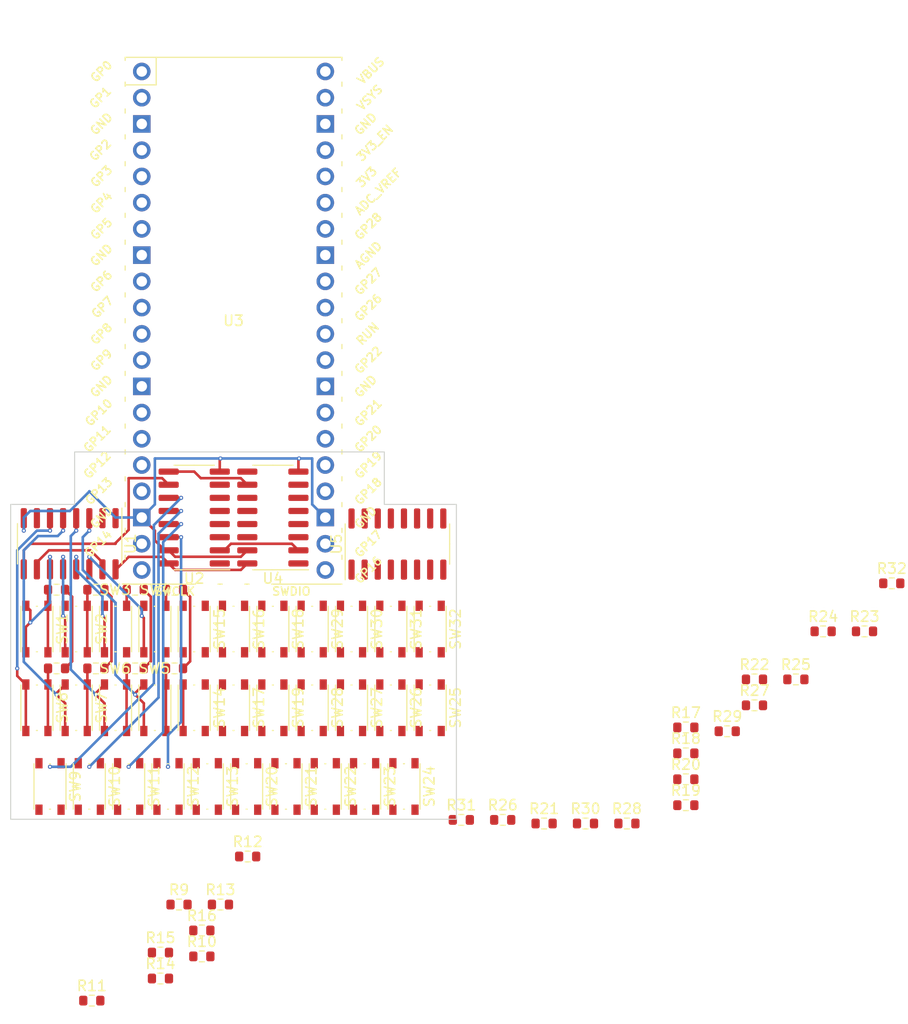
<source format=kicad_pcb>
(kicad_pcb (version 20211014) (generator pcbnew)
  (layers (0 "F.Cu" signal) (31 "B.Cu" signal) (34 "B.Paste" user) (35 "F.Paste" user) (36 "B.SilkS" user "B.Silkscreen") (37 "F.SilkS" user "F.Silkscreen") (38 "B.Mask" user) (39 "F.Mask" user) (44 "Edge.Cuts" user))
  (net 0 "")
  (net 1 "Net-(R1-Pad1)")
  (net 2 "Net-(SW1-Pad1)")
  (net 3 "Net-(SW2-Pad1)")
  (net 4 "Net-(SW3-Pad1)")
  (net 5 "Net-(SW4-Pad1)")
  (net 6 "Net-(SW5-Pad1)")
  (net 7 "Net-(SW6-Pad1)")
  (net 8 "Net-(SW7-Pad1)")
  (net 9 "Net-(SW8-Pad1)")
  (net 10 "Net-(U1-Pad11)")
  (net 11 "Net-(SW2-Pad2)")
  (net 12 "Net-(SW3-Pad2)")
  (net 13 "Net-(SW4-Pad2)")
  (net 14 "Net-(SW5-Pad2)")
  (net 16 "Net-(SW6-Pad2)")
  (net 17 "Net-(SW7-Pad2)")
  (net 18 "Net-(U1-Pad6)")
  (net 19 "+3V3")
  (net 20 "GND")
  (net 21 "Net-(U1-Pad9)")
  (net 22 "Net-(R10-Pad1)")
  (net 23 "Net-(R9-Pad2)")
  (net 24 "Net-(R10-Pad2)")
  (net 25 "Net-(R11-Pad2)")
  (net 26 "Net-(R12-Pad2)")
  (net 27 "Net-(R13-Pad2)")
  (net 28 "Net-(R14-Pad2)")
  (net 29 "Net-(R15-Pad2)")
  (net 30 "Net-(R16-Pad2)")
  (net 31 "Net-(SW9-Pad2)")
  (net 32 "Net-(SW10-Pad2)")
  (net 33 "Net-(SW11-Pad2)")
  (net 34 "Net-(SW12-Pad2)")
  (net 50 "Net-(SW13-Pad2)")
  (net 51 "Net-(SW14-Pad2)")
  (net 52 "Net-(SW15-Pad2)")
  (net 53 "Net-(SW16-Pad2)")
  (net 54 "PL")
  (net 57 "CP")
  (net 79 "Net-(R17-Pad1)")
  (net 80 "Net-(R17-Pad2)")
  (net 81 "Net-(R18-Pad2)")
  (net 82 "Net-(R19-Pad2)")
  (net 83 "Net-(R20-Pad2)")
  (net 84 "Net-(R21-Pad2)")
  (net 85 "Net-(R22-Pad2)")
  (net 86 "Net-(R23-Pad2)")
  (net 87 "Net-(R24-Pad2)")
  (net 88 "Net-(R25-Pad1)")
  (net 89 "Net-(R25-Pad2)")
  (net 90 "Net-(R26-Pad2)")
  (net 91 "Net-(R27-Pad2)")
  (net 92 "Net-(R28-Pad2)")
  (net 93 "Net-(R29-Pad2)")
  (net 94 "Net-(R30-Pad2)")
  (net 95 "Net-(R31-Pad2)")
  (net 96 "Net-(R32-Pad2)")
  (net 97 "Net-(SW17-Pad2)")
  (net 98 "Net-(SW18-Pad2)")
  (net 99 "Net-(SW19-Pad2)")
  (net 100 "Net-(SW20-Pad2)")
  (net 101 "Net-(SW21-Pad2)")
  (net 102 "Net-(SW22-Pad2)")
  (net 103 "Net-(SW23-Pad2)")
  (net 104 "Net-(SW24-Pad2)")
  (net 105 "Net-(SW25-Pad2)")
  (net 106 "Net-(SW26-Pad2)")
  (net 107 "Net-(SW27-Pad2)")
  (net 108 "Net-(SW28-Pad2)")
  (net 109 "Net-(SW29-Pad2)")
  (net 110 "Net-(SW30-Pad2)")
  (net 111 "Net-(SW31-Pad2)")
  (net 112 "Net-(SW32-Pad2)")
  (net 113 "Net-(U2-Pad9)")
  (net 115 "Net-(U4-Pad9)")
  (footprint "Package_SO:SOIC-16_3.9x9.9mm_P1.27mm" (layer "F.Cu") (at 107.315 96.52 180)
    (fp_text reference "U2")
    (fp_text value "74HC165")
  )
  (footprint "Resistor_SMD:R_0603_1608Metric" (layer "F.Cu") (at 149.23 126.14)
    (fp_text reference "R28")
    (fp_text value "10K")
  )
  (footprint "Resistor_SMD:R_0603_1608Metric" (layer "F.Cu") (at 154.94 121.86)
    (fp_text reference "R20")
    (fp_text value "10K")
  )
  (footprint "Resistor_SMD:R_0603_1608Metric" (layer "F.Cu") (at 172.25 107.54)
    (fp_text reference "R23")
    (fp_text value "10K")
  )
  (footprint "Resistor_SMD:R_0603_1608Metric" (layer "F.Cu") (at 161.59 114.7)
    (fp_text reference "R27")
    (fp_text value "10K")
  )
  (footprint "Resistor_SMD:R_0603_1608Metric" (layer "F.Cu") (at 93.98 103.505 180)
    (fp_text reference "R1" hide)
    (fp_text value "10K" hide)
  )
  (footprint "Library:SW_Push_1P1T_PTS815" (layer "F.Cu") (at 95.885 107.315 -90)
    (fp_text reference "SW2")
    (fp_text value "SW_Push" hide)
  )
  (footprint "Library:SW_Push_1P1T_PTS815" (layer "F.Cu") (at 103.505 107.315 -90)
    (fp_text reference "SW4")
    (fp_text value "SW_Push" hide)
  )
  (footprint "Library:SW_Push_1P1T_PTS815" (layer "F.Cu") (at 111.125 114.935 -90)
    (fp_text reference "SW17")
    (fp_text value "SW_Push")
  )
  (footprint "Resistor_SMD:R_0603_1608Metric" (layer "F.Cu") (at 137.2 125.79)
    (fp_text reference "R26")
    (fp_text value "10K")
  )
  (footprint "Library:SW_Push_1P1T_PTS815" (layer "F.Cu") (at 122.555 114.935 -90)
    (fp_text reference "SW27")
    (fp_text value "SW_Push")
  )
  (footprint "Package_SO:SOIC-16_3.9x9.9mm_P1.27mm" (layer "F.Cu") (at 127 99.088246 90)
    (fp_text reference "U5")
    (fp_text value "74HC165")
  )
  (footprint "Library:SW_Push_1P1T_PTS815" (layer "F.Cu") (at 120.015 122.555 -90)
    (fp_text reference "SW22")
    (fp_text value "SW_Push")
  )
  (footprint "Library:SW_Push_1P1T_PTS815" (layer "F.Cu") (at 111.125 107.315 -90)
    (fp_text reference "SW16")
    (fp_text value "SW_Push")
  )
  (footprint "Package_SO:SOIC-16_3.9x9.9mm_P1.27mm" (layer "F.Cu") (at 114.935 96.52 180)
    (fp_text reference "U4")
    (fp_text value "74HC165")
  )
  (footprint "Resistor_SMD:R_0603_1608Metric" (layer "F.Cu") (at 154.94 116.84)
    (fp_text reference "R17")
    (fp_text value "10K")
  )
  (footprint "Library:SW_Push_1P1T_PTS815" (layer "F.Cu") (at 92.075 114.935 -90)
    (fp_text reference "SW8")
    (fp_text value "SW_Push" hide)
  )
  (footprint "Library:SW_Push_1P1T_PTS815" (layer "F.Cu") (at 95.885 114.935 -90)
    (fp_text reference "SW7")
    (fp_text value "SW_Push" hide)
  )
  (footprint "Resistor_SMD:R_0603_1608Metric" (layer "F.Cu") (at 97.79 111.125 180)
    (fp_text reference "R7" hide)
    (fp_text value "10K" hide)
  )
  (footprint "Library:SW_Push_1P1T_PTS815" (layer "F.Cu") (at 99.695 114.935 -90)
    (fp_text reference "SW6")
    (fp_text value "SW_Push" hide)
  )
  (footprint "Library:SW_Push_1P1T_PTS815" (layer "F.Cu") (at 118.745 114.935 -90)
    (fp_text reference "SW28")
    (fp_text value "SW_Push")
  )
  (footprint "Resistor_SMD:R_0603_1608Metric" (layer "F.Cu") (at 105.845 133.985)
    (fp_text reference "R9")
    (fp_text value "10K")
  )
  (footprint "Resistor_SMD:R_0603_1608Metric" (layer "F.Cu") (at 133.19 125.79)
    (fp_text reference "R31")
    (fp_text value "10K")
  )
  (footprint "Resistor_SMD:R_0603_1608Metric" (layer "F.Cu") (at 168.24 107.54)
    (fp_text reference "R24")
    (fp_text value "10K")
  )
  (footprint "Resistor_SMD:R_0603_1608Metric" (layer "F.Cu") (at 154.94 119.35)
    (fp_text reference "R18")
    (fp_text value "10K")
  )
  (footprint "Library:SW_Push_1P1T_PTS815" (layer "F.Cu") (at 97.155 122.555 -90)
    (fp_text reference "SW10")
    (fp_text value "SW_Push")
  )
  (footprint "Resistor_SMD:R_0603_1608Metric" (layer "F.Cu") (at 105.41 103.505 180)
    (fp_text reference "R4" hide)
    (fp_text value "10K" hide)
  )
  (footprint "Resistor_SMD:R_0603_1608Metric" (layer "F.Cu") (at 101.6 111.125 180)
    (fp_text reference "R6" hide)
    (fp_text value "10K" hide)
  )
  (footprint "Library:SW_Push_1P1T_PTS815" (layer "F.Cu") (at 114.935 114.935 -90)
    (fp_text reference "SW19")
    (fp_text value "SW_Push")
  )
  (footprint "Library:SW_Push_1P1T_PTS815" (layer "F.Cu") (at 127.635 122.555 -90)
    (fp_text reference "SW24")
    (fp_text value "SW_Push")
  )
  (footprint "Resistor_SMD:R_0603_1608Metric" (layer "F.Cu") (at 104.045 141.145)
    (fp_text reference "R14")
    (fp_text value "10K")
  )
  (footprint "Library:SW_Push_1P1T_PTS815" (layer "F.Cu") (at 92.075 107.315 -90)
    (fp_text reference "SW1")
    (fp_text value "SW_Push" hide)
  )
  (footprint "Library:SW_Push_1P1T_PTS815" (layer "F.Cu") (at 93.345 122.555 -90)
    (fp_text reference "SW9")
    (fp_text value "SW_Push")
  )
  (footprint "Resistor_SMD:R_0603_1608Metric" (layer "F.Cu") (at 108.055 136.495)
    (fp_text reference "R16")
    (fp_text value "10K")
  )
  (footprint "MCU_RaspberryPi_and_Boards:RPi_Pico_Pin_" (layer "F.Cu") (at 111.125 77.47)
    (fp_text reference "U3")
    (fp_text value "Pico")
  )
  (footprint "Library:SW_Push_1P1T_PTS815" (layer "F.Cu") (at 103.505 114.935 -90)
    (fp_text reference "SW5")
    (fp_text value "SW_Push" hide)
  )
  (footprint "Library:SW_Push_1P1T_PTS815" (layer "F.Cu") (at 108.585 122.555 -90)
    (fp_text reference "SW13")
    (fp_text value "SW_Push")
  )
  (footprint "Resistor_SMD:R_0603_1608Metric" (layer "F.Cu") (at 97.395 143.285)
    (fp_text reference "R11")
    (fp_text value "10K")
  )
  (footprint "Library:SW_Push_1P1T_PTS815" (layer "F.Cu") (at 114.935 107.315 -90)
    (fp_text reference "SW18")
    (fp_text value "SW_Push")
  )
  (footprint "Resistor_SMD:R_0603_1608Metric" (layer "F.Cu") (at 105.41 111.125 180)
    (fp_text reference "R5" hide)
    (fp_text value "10K" hide)
  )
  (footprint "Resistor_SMD:R_0603_1608Metric" (layer "F.Cu") (at 93.98 111.125 180)
    (fp_text reference "R8" hide)
    (fp_text value "10K" hide)
  )
  (footprint "Resistor_SMD:R_0603_1608Metric" (layer "F.Cu") (at 161.59 112.19)
    (fp_text reference "R22")
    (fp_text value "10K")
  )
  (footprint "Resistor_SMD:R_0603_1608Metric" (layer "F.Cu") (at 104.045 138.635)
    (fp_text reference "R15")
    (fp_text value "10K")
  )
  (footprint "Library:SW_Push_1P1T_PTS815" (layer "F.Cu") (at 126.365 107.315 -90)
    (fp_text reference "SW31")
    (fp_text value "SW_Push")
  )
  (footprint "Resistor_SMD:R_0603_1608Metric" (layer "F.Cu") (at 112.495 129.335)
    (fp_text reference "R12")
    (fp_text value "10K")
  )
  (footprint "Library:SW_Push_1P1T_PTS815" (layer "F.Cu") (at 130.175 114.935 -90)
    (fp_text reference "SW25")
    (fp_text value "SW_Push")
  )
  (footprint "Resistor_SMD:R_0603_1608Metric" (layer "F.Cu") (at 109.855 133.985)
    (fp_text reference "R13")
    (fp_text value "10K")
  )
  (footprint "Resistor_SMD:R_0603_1608Metric" (layer "F.Cu") (at 165.6 112.19)
    (fp_text reference "R25")
    (fp_text value "10K")
  )
  (footprint "Resistor_SMD:R_0603_1608Metric" (layer "F.Cu") (at 108.055 139.005)
    (fp_text reference "R10")
    (fp_text value "10K")
  )
  (footprint "Resistor_SMD:R_0603_1608Metric" (layer "F.Cu") (at 97.79 103.505 180)
    (fp_text reference "R2" hide)
    (fp_text value "10K" hide)
  )
  (footprint "Library:SW_Push_1P1T_PTS815" (layer "F.Cu") (at 126.365 114.935 -90)
    (fp_text reference "SW26")
    (fp_text value "SW_Push")
  )
  (footprint "Library:SW_Push_1P1T_PTS815" (layer "F.Cu") (at 99.695 107.315 -90)
    (fp_text reference "SW3")
    (fp_text value "SW_Push" hide)
  )
  (footprint "Library:SW_Push_1P1T_PTS815" (layer "F.Cu") (at 104.775 122.555 -90)
    (fp_text reference "SW12")
    (fp_text value "SW_Push")
  )
  (footprint "Library:SW_Push_1P1T_PTS815" (layer "F.Cu") (at 130.175 107.315 -90)
    (fp_text reference "SW32")
    (fp_text value "SW_Push")
  )
  (footprint "Library:SW_Push_1P1T_PTS815" (layer "F.Cu") (at 116.205 122.555 -90)
    (fp_text reference "SW21")
    (fp_text value "SW_Push")
  )
  (footprint "Resistor_SMD:R_0603_1608Metric" (layer "F.Cu") (at 141.21 126.14)
    (fp_text reference "R21")
    (fp_text value "10K")
  )
  (footprint "Library:SW_Push_1P1T_PTS815" (layer "F.Cu") (at 107.315 107.315 -90)
    (fp_text reference "SW15")
    (fp_text value "SW_Push")
  )
  (footprint "Library:SW_Push_1P1T_PTS815" (layer "F.Cu") (at 107.315 114.935 -90)
    (fp_text reference "SW14")
    (fp_text value "SW_Push")
  )
  (footprint "Resistor_SMD:R_0603_1608Metric" (layer "F.Cu") (at 154.94 124.37)
    (fp_text reference "R19")
    (fp_text value "10K")
  )
  (footprint "Library:SW_Push_1P1T_PTS815" (layer "F.Cu") (at 118.745 107.315 -90)
    (fp_text reference "SW29")
    (fp_text value "SW_Push")
  )
  (footprint "Resistor_SMD:R_0603_1608Metric" (layer "F.Cu") (at 158.95 117.21)
    (fp_text reference "R29")
    (fp_text value "10K")
  )
  (footprint "Package_SO:SOIC-16_3.9x9.9mm_P1.27mm" (layer "F.Cu") (at 95.25 99.06 -90)
    (fp_text reference "U1")
    (fp_text value "74HC165")
  )
  (footprint "Resistor_SMD:R_0603_1608Metric" (layer "F.Cu") (at 145.22 126.14)
    (fp_text reference "R30")
    (fp_text value "10K")
  )
  (footprint "Library:SW_Push_1P1T_PTS815" (layer "F.Cu") (at 123.825 122.555 -90)
    (fp_text reference "SW23")
    (fp_text value "SW_Push")
  )
  (footprint "Library:SW_Push_1P1T_PTS815" (layer "F.Cu") (at 122.555 107.315 -90)
    (fp_text reference "SW30")
    (fp_text value "SW_Push")
  )
  (footprint "Library:SW_Push_1P1T_PTS815" (layer "F.Cu") (at 112.395 122.555 -90)
    (fp_text reference "SW20")
    (fp_text value "SW_Push")
  )
  (footprint "Library:SW_Push_1P1T_PTS815" (layer "F.Cu") (at 100.965 122.555 -90)
    (fp_text reference "SW11")
    (fp_text value "SW_Push")
  )
  (footprint "Resistor_SMD:R_0603_1608Metric" (layer "F.Cu") (at 174.89 102.89)
    (fp_text reference "R32")
    (fp_text value "10K")
  )
  (footprint "Resistor_SMD:R_0603_1608Metric" (layer "F.Cu") (at 101.6 103.505 180)
    (fp_text reference "R3" hide)
    (fp_text value "10K" hide)
  )
  (gr_poly (pts (xy 95.73 90.17) (xy 125.73 90.17) (xy 125.73 95.25) (xy 132.715 95.25) (xy 132.715 125.73) (xy 89.535 125.73) (xy 89.535 95.25) (xy 95.73 95.25)) (layer "Edge.Cuts") (width 0.1) (fill none))
  (segment (start 94.805 103.505) (end 95.489511 104.189511) (width 0.25) (layer "F.Cu") (net 1))
  (segment (start 95.489511 104.189511) (end 95.489511 110.440489) (width 0.25) (layer "F.Cu") (net 1))
  (segment (start 99.299511 110.440489) (end 99.299511 104.189511) (width 0.25) (layer "F.Cu") (net 1))
  (segment (start 106.235 103.505) (end 106.919511 104.189511) (width 0.25) (layer "F.Cu") (net 1))
  (segment (start 102.425 103.505) (end 103.109511 104.189511) (width 0.25) (layer "F.Cu") (net 1))
  (segment (start 106.919511 110.440489) (end 106.235 111.125) (width 0.25) (layer "F.Cu") (net 1))
  (segment (start 103.109511 104.189511) (end 103.109511 110.440489) (width 0.25) (layer "F.Cu") (net 1))
  (segment (start 106.919511 104.189511) (end 106.919511 110.440489) (width 0.25) (layer "F.Cu") (net 1))
  (segment (start 99.299511 104.189511) (end 98.615 103.505) (width 0.25) (layer "F.Cu") (net 1))
  (segment (start 95.489511 110.440489) (end 94.805 111.125) (width 0.25) (layer "F.Cu") (net 1))
  (segment (start 103.109511 110.440489) (end 102.425 111.125) (width 0.25) (layer "F.Cu") (net 1))
  (segment (start 98.615 111.125) (end 99.299511 110.440489) (width 0.25) (layer "F.Cu") (net 1))
  (segment (start 93.155 103.505) (end 93.155 105.055) (width 0.25) (layer "F.Cu") (net 2))
  (segment (start 93.145 105.065) (end 93.145 109.565) (width 0.25) (layer "F.Cu") (net 2))
  (segment (start 93.155 105.055) (end 93.145 105.065) (width 0.25) (layer "F.Cu") (net 2))
  (segment (start 96.955 105.065) (end 96.955 109.565) (width 0.25) (layer "F.Cu") (net 3))
  (segment (start 96.965 103.505) (end 96.965 105.055) (width 0.25) (layer "F.Cu") (net 3))
  (segment (start 96.965 105.055) (end 96.955 105.065) (width 0.25) (layer "F.Cu") (net 3))
  (segment (start 100.775 103.505) (end 100.775 105.055) (width 0.25) (layer "F.Cu") (net 4))
  (segment (start 100.775 105.055) (end 100.765 105.065) (width 0.25) (layer "F.Cu") (net 4))
  (segment (start 104.585 103.505) (end 104.585 105.055) (width 0.25) (layer "F.Cu") (net 5))
  (segment (start 104.585 105.055) (end 104.575 105.065) (width 0.25) (layer "F.Cu") (net 5))
  (segment (start 104.575 112.685) (end 104.575 117.185) (width 0.25) (layer "F.Cu") (net 6))
  (segment (start 104.585 112.675) (end 104.575 112.685) (width 0.25) (layer "F.Cu") (net 6))
  (segment (start 104.585 111.125) (end 104.585 112.675) (width 0.25) (layer "F.Cu") (net 6))
  (segment (start 100.765 112.685) (end 100.765 117.185) (width 0.25) (layer "F.Cu") (net 7))
  (segment (start 100.775 112.675) (end 100.765 112.685) (width 0.25) (layer "F.Cu") (net 7))
  (segment (start 100.775 111.125) (end 100.775 112.675) (width 0.25) (layer "F.Cu") (net 7))
  (segment (start 96.965 112.675) (end 96.955 112.685) (width 0.25) (layer "F.Cu") (net 8))
  (segment (start 96.955 112.685) (end 96.955 117.185) (width 0.25) (layer "F.Cu") (net 8))
  (segment (start 96.965 111.125) (end 96.965 112.675) (width 0.25) (layer "F.Cu") (net 8))
  (segment (start 93.155 111.125) (end 93.155 112.675) (width 0.25) (layer "F.Cu") (net 9))
  (segment (start 93.145 112.685) (end 93.145 117.185) (width 0.25) (layer "F.Cu") (net 9))
  (segment (start 93.155 112.675) (end 93.145 112.685) (width 0.25) (layer "F.Cu") (net 9))
  (segment (start 91.44 106.68) (end 91.005 107.115) (width 0.25) (layer "F.Cu") (net 10))
  (segment (start 93.345 101.535) (end 93.345 100.33) (width 0.25) (layer "F.Cu") (net 10))
  (segment (start 91.44 105.5) (end 91.005 105.065) (width 0.25) (layer "F.Cu") (net 10))
  (segment (start 91.44 106.68) (end 91.44 105.5) (width 0.25) (layer "F.Cu") (net 10))
  (segment (start 91.005 107.115) (end 91.005 109.565) (width 0.25) (layer "F.Cu") (net 10))
  (via (at 91.44 106.68) (size 0.4) (drill 0.2) (layers "F.Cu" "B.Cu") (net 10))
  (via (at 93.345 100.33) (size 0.4) (drill 0.2) (layers "F.Cu" "B.Cu") (net 10))
  (segment (start 91.44 106.68) (end 93.345 104.775) (width 0.25) (layer "B.Cu") (net 10))
  (segment (start 93.345 104.775) (end 93.345 100.33) (width 0.25) (layer "B.Cu") (net 10))
  (segment (start 94.615 106.045) (end 94.815 106.245) (width 0.25) (layer "F.Cu") (net 11))
  (segment (start 94.815 106.245) (end 94.815 109.565) (width 0.25) (layer "F.Cu") (net 11))
  (segment (start 94.615 101.535) (end 94.615 100.33) (width 0.25) (layer "F.Cu") (net 11))
  (segment (start 94.615 106.045) (end 94.615 105.265) (width 0.25) (layer "F.Cu") (net 11))
  (segment (start 94.615 105.265) (end 94.815 105.065) (width 0.25) (layer "F.Cu") (net 11))
  (via (at 94.615 100.33) (size 0.4) (drill 0.2) (layers "F.Cu" "B.Cu") (net 11))
  (via (at 94.615 106.045) (size 0.4) (drill 0.2) (layers "F.Cu" "B.Cu") (net 11))
  (segment (start 94.615 106.045) (end 94.615 100.33) (width 0.25) (layer "B.Cu") (net 11))
  (segment (start 98.425 106.045) (end 98.625 106.245) (width 0.25) (layer "F.Cu") (net 12))
  (segment (start 95.885 101.535) (end 95.885 100.33) (width 0.25) (layer "F.Cu") (net 12))
  (segment (start 98.425 106.045) (end 98.425 105.265) (width 0.25) (layer "F.Cu") (net 12))
  (segment (start 98.625 106.245) (end 98.625 109.565) (width 0.25) (layer "F.Cu") (net 12))
  (segment (start 98.425 105.265) (end 98.625 105.065) (width 0.25) (layer "F.Cu") (net 12))
  (via (at 95.885 100.33) (size 0.4) (drill 0.2) (layers "F.Cu" "B.Cu") (net 12))
  (via (at 98.425 106.045) (size 0.4) (drill 0.2) (layers "F.Cu" "B.Cu") (net 12))
  (segment (start 98.425 106.045) (end 98.425 104.14) (width 0.25) (layer "B.Cu") (net 12))
  (segment (start 95.885 101.6) (end 95.885 100.33) (width 0.25) (layer "B.Cu") (net 12))
  (segment (start 98.425 104.14) (end 95.885 101.6) (width 0.25) (layer "B.Cu") (net 12))
  (segment (start 102.435 106.245) (end 102.435 109.565) (width 0.25) (layer "F.Cu") (net 13))
  (segment (start 102.235 106.045) (end 102.435 106.245) (width 0.25) (layer "F.Cu") (net 13))
  (segment (start 97.155 101.535) (end 97.155 100.33) (width 0.25) (layer "F.Cu") (net 13))
  (segment (start 102.235 105.265) (end 102.435 105.065) (width 0.25) (layer "F.Cu") (net 13))
  (segment (start 102.235 106.045) (end 102.235 105.265) (width 0.25) (layer "F.Cu") (net 13))
  (via (at 102.235 106.045) (size 0.4) (drill 0.2) (layers "F.Cu" "B.Cu") (net 13))
  (via (at 97.155 100.33) (size 0.4) (drill 0.2) (layers "F.Cu" "B.Cu") (net 13))
  (segment (start 102.235 105.41) (end 97.155 100.33) (width 0.25) (layer "B.Cu") (net 13))
  (segment (start 102.235 106.045) (end 102.235 105.41) (width 0.25) (layer "B.Cu") (net 13))
  (segment (start 101.6 113.52) (end 102.435 112.685) (width 0.25) (layer "F.Cu") (net 14))
  (segment (start 102.435 114.5) (end 102.435 117.185) (width 0.25) (layer "F.Cu") (net 14))
  (segment (start 97.155 96.585) (end 97.155 97.79) (width 0.25) (layer "F.Cu") (net 14))
  (segment (start 101.6 113.665) (end 101.6 113.52) (width 0.25) (layer "F.Cu") (net 14))
  (segment (start 97.155 96.585) (end 97.155 96.961072) (width 0.25) (layer "F.Cu") (net 14))
  (segment (start 101.6 113.665) (end 102.435 114.5) (width 0.25) (layer "F.Cu") (net 14))
  (via (at 101.6 113.665) (size 0.4) (drill 0.2) (layers "F.Cu" "B.Cu") (net 14))
  (via (at 97.155 97.79) (size 0.4) (drill 0.2) (layers "F.Cu" "B.Cu") (net 14))
  (segment (start 99.695 111.76) (end 101.6 113.665) (width 0.25) (layer "B.Cu") (net 14))
  (segment (start 96.52 98.425) (end 96.52 101.599282) (width 0.25) (layer "B.Cu") (net 14))
  (segment (start 99.695 104.774283) (end 99.695 111.76) (width 0.25) (layer "B.Cu") (net 14))
  (segment (start 96.52 101.599282) (end 99.695 104.774283) (width 0.25) (layer "B.Cu") (net 14))
  (segment (start 97.155 97.79) (end 96.52 98.425) (width 0.25) (layer "B.Cu") (net 14))
  (segment (start 95.885 96.585) (end 95.885 97.79) (width 0.25) (layer "F.Cu") (net 16))
  (segment (start 97.79 113.665) (end 98.625 114.5) (width 0.25) (layer "F.Cu") (net 16))
  (segment (start 97.79 113.52) (end 98.625 112.685) (width 0.25) (layer "F.Cu") (net 16))
  (segment (start 97.79 113.665) (end 97.79 113.52) (width 0.25) (layer "F.Cu") (net 16))
  (segment (start 98.625 114.5) (end 98.625 117.185) (width 0.25) (layer "F.Cu") (net 16))
  (via (at 97.79 113.665) (size 0.4) (drill 0.2) (layers "F.Cu" "B.Cu") (net 16))
  (via (at 95.885 97.79) (size 0.4) (drill 0.2) (layers "F.Cu" "B.Cu") (net 16))
  (segment (start 95.885 97.79) (end 95.360489 98.314511) (width 0.25) (layer "B.Cu") (net 16))
  (segment (start 95.360489 98.314511) (end 95.360489 111.235489) (width 0.25) (layer "B.Cu") (net 16))
  (segment (start 95.360489 111.235489) (end 97.79 113.665) (width 0.25) (layer "B.Cu") (net 16))
  (segment (start 93.98 113.52) (end 94.815 112.685) (width 0.25) (layer "F.Cu") (net 17))
  (segment (start 93.98 113.665) (end 93.98 113.52) (width 0.25) (layer "F.Cu") (net 17))
  (segment (start 93.98 113.665) (end 94.815 114.5) (width 0.25) (layer "F.Cu") (net 17))
  (segment (start 94.615 96.585) (end 94.615 97.79) (width 0.25) (layer "F.Cu") (net 17))
  (segment (start 94.815 114.5) (end 94.815 117.185) (width 0.25) (layer "F.Cu") (net 17))
  (via (at 94.615 97.79) (size 0.4) (drill 0.2) (layers "F.Cu" "B.Cu") (net 17))
  (via (at 93.98 113.665) (size 0.4) (drill 0.2) (layers "F.Cu" "B.Cu") (net 17))
  (segment (start 90.805 99.695718) (end 92.186207 98.314511) (width 0.25) (layer "B.Cu") (net 17))
  (segment (start 94.090489 98.314511) (end 94.615 97.79) (width 0.25) (layer "B.Cu") (net 17))
  (segment (start 90.805 110.49) (end 90.805 99.695718) (width 0.25) (layer "B.Cu") (net 17))
  (segment (start 93.98 113.665) (end 90.805 110.49) (width 0.25) (layer "B.Cu") (net 17))
  (segment (start 92.186207 98.314511) (end 94.090489 98.314511) (width 0.25) (layer "B.Cu") (net 17))
  (segment (start 90.17 111.85) (end 91.005 112.685) (width 0.25) (layer "F.Cu") (net 18))
  (segment (start 90.17 111.125) (end 90.17 111.85) (width 0.25) (layer "F.Cu") (net 18))
  (segment (start 91.005 112.685) (end 91.005 117.185) (width 0.25) (layer "F.Cu") (net 18))
  (segment (start 93.345 96.585) (end 93.345 97.79) (width 0.25) (layer "F.Cu") (net 18))
  (via (at 93.345 97.79) (size 0.4) (drill 0.2) (layers "F.Cu" "B.Cu") (net 18))
  (via (at 90.17 111.125) (size 0.4) (drill 0.2) (layers "F.Cu" "B.Cu") (net 18))
  (segment (start 93.345 97.79) (end 92.075 97.79) (width 0.25) (layer "B.Cu") (net 18))
  (segment (start 92.075 97.79) (end 90.17 99.695) (width 0.25) (layer "B.Cu") (net 18))
  (segment (start 90.17 99.695) (end 90.17 111.125) (width 0.25) (layer "B.Cu") (net 18))
  (segment (start 104.84 100.965) (end 105.46452 101.58952) (width 0.25) (layer "F.Cu") (net 19))
  (segment (start 100.965 100.33) (end 104.205 100.33) (width 0.25) (layer "F.Cu") (net 19))
  (segment (start 105.46452 101.58952) (end 111.83548 101.58952) (width 0.25) (layer "F.Cu") (net 19))
  (segment (start 104.205 100.33) (end 104.84 100.965) (width 0.25) (layer "F.Cu") (net 19))
  (segment (start 99.76 101.535) (end 100.965 100.33) (width 0.25) (layer "F.Cu") (net 19))
  (segment (start 99.695 101.535) (end 99.76 101.535) (width 0.25) (layer "F.Cu") (net 19))
  (segment (start 111.83548 101.58952) (end 112.46 100.965) (width 0.25) (layer "F.Cu") (net 19))
  (segment (start 90.805 96.585) (end 90.805 97.79) (width 0.25) (layer "F.Cu") (net 20))
  (segment (start 98.425 101.535) (end 98.425 101.158928) (width 0.25) (layer "F.Cu") (net 20))
  (segment (start 117.41 92.075) (end 117.41 90.87) (width 0.25) (layer "F.Cu") (net 20))
  (segment (start 92.075 101.535) (end 92.075 100.858228) (width 0.25) (layer "F.Cu") (net 20))
  (segment (start 98.425 100.858228) (end 98.425 101.535) (width 0.25) (layer "F.Cu") (net 20))
  (segment (start 111.83548 100.31952) (end 112.46 99.695) (width 0.25) (layer "F.Cu") (net 20))
  (segment (start 117.41 90.87) (end 117.475 90.805) (width 0.25) (layer "F.Cu") (net 20))
  (segment (start 103.505 98.736072) (end 103.505 97.79) (width 0.25) (layer "F.Cu") (net 20))
  (segment (start 97.261772 99.695) (end 98.425 100.858228) (width 0.25) (layer "F.Cu") (net 20))
  (segment (start 103.505 97.79) (end 102.235 96.52) (width 0.25) (layer "F.Cu") (net 20))
  (segment (start 104.463928 99.695) (end 103.505 98.736072) (width 0.25) (layer "F.Cu") (net 20))
  (segment (start 93.238228 99.695) (end 97.261772 99.695) (width 0.25) (layer "F.Cu") (net 20))
  (segment (start 104.84 99.695) (end 105.46452 100.31952) (width 0.25) (layer "F.Cu") (net 20))
  (segment (start 109.79 92.075) (end 109.79 90.87) (width 0.25) (layer "F.Cu") (net 20))
  (segment (start 109.79 90.87) (end 109.855 90.805) (width 0.25) (layer "F.Cu") (net 20))
  (segment (start 104.84 99.695) (end 104.463928 99.695) (width 0.25) (layer "F.Cu") (net 20))
  (segment (start 92.075 100.858228) (end 93.238228 99.695) (width 0.25) (layer "F.Cu") (net 20))
  (segment (start 105.46452 100.31952) (end 111.83548 100.31952) (width 0.25) (layer "F.Cu") (net 20))
  (via (at 90.805 97.79) (size 0.4) (drill 0.2) (layers "F.Cu" "B.Cu") (net 20))
  (via (at 117.475 90.805) (size 0.4) (drill 0.2) (layers "F.Cu" "B.Cu") (net 20))
  (via (at 109.855 90.805) (size 0.4) (drill 0.2) (layers "F.Cu" "B.Cu") (net 20))
  (segment (start 118.745 90.805) (end 118.745 95.25) (width 0.25) (layer "B.Cu") (net 20))
  (segment (start 103.505 90.805) (end 109.855 90.805) (width 0.25) (layer "B.Cu") (net 20))
  (segment (start 90.805 97.79) (end 90.805 96.52) (width 0.25) (layer "B.Cu") (net 20))
  (segment (start 91.44 95.885) (end 95.271804 95.885) (width 0.25) (layer "B.Cu") (net 20))
  (segment (start 95.271804 95.885) (end 97.155 94.001804) (width 0.25) (layer "B.Cu") (net 20))
  (segment (start 99.695 96.52) (end 102.235 96.52) (width 0.25) (layer "B.Cu") (net 20))
  (segment (start 109.855 90.805) (end 117.475 90.805) (width 0.25) (layer "B.Cu") (net 20))
  (segment (start 97.155 93.98) (end 99.695 96.52) (width 0.25) (layer "B.Cu") (net 20))
  (segment (start 97.155 94.001804) (end 97.155 93.98) (width 0.25) (layer "B.Cu") (net 20))
  (segment (start 117.475 90.805) (end 118.745 90.805) (width 0.25) (layer "B.Cu") (net 20))
  (segment (start 90.805 96.52) (end 91.44 95.885) (width 0.25) (layer "B.Cu") (net 20))
  (segment (start 102.235 96.52) (end 103.505 95.25) (width 0.25) (layer "B.Cu") (net 20))
  (segment (start 118.745 95.25) (end 120.015 96.52) (width 0.25) (layer "B.Cu") (net 20))
  (segment (start 103.505 95.25) (end 103.505 90.805) (width 0.25) (layer "B.Cu") (net 20))
  (segment (start 90.805 99.695) (end 91.44 99.06) (width 0.25) (layer "F.Cu") (net 21))
  (segment (start 91.44 99.06) (end 99.695 99.06) (width 0.25) (layer "F.Cu") (net 21))
  (segment (start 104.205 92.71) (end 104.84 93.345) (width 0.25) (layer "F.Cu") (net 21))
  (segment (start 99.695 98.98502) (end 100.965 97.71502) (width 0.25) (layer "F.Cu") (net 21))
  (segment (start 90.805 101.535) (end 90.805 99.695) (width 0.25) (layer "F.Cu") (net 21))
  (segment (start 99.695 99.06) (end 99.695 98.98502) (width 0.25) (layer "F.Cu") (net 21))
  (segment (start 100.965 92.71) (end 104.205 92.71) (width 0.25) (layer "F.Cu") (net 21))
  (segment (start 100.965 97.71502) (end 100.965 92.71) (width 0.25) (layer "F.Cu") (net 21))
  (segment (start 104.84 94.615) (end 106.045 94.615) (width 0.25) (layer "F.Cu") (net 31))
  (via (at 106.045 94.615) (size 0.4) (drill 0.2) (layers "F.Cu" "B.Cu") (net 31))
  (via (at 93.345 120.65) (size 0.4) (drill 0.2) (layers "F.Cu" "B.Cu") (net 31))
  (segment (start 95.356772 120.65) (end 93.345 120.65) (width 0.25) (layer "B.Cu") (net 31))
  (segment (start 106.045 94.615) (end 103.409511 97.250489) (width 0.25) (layer "B.Cu") (net 31))
  (segment (start 103.409511 112.597261) (end 95.356772 120.65) (width 0.25) (layer "B.Cu") (net 31))
  (segment (start 103.409511 97.250489) (end 103.409511 112.597261) (width 0.25) (layer "B.Cu") (net 31))
  (segment (start 104.84 95.885) (end 106.045 95.885) (width 0.25) (layer "F.Cu") (net 32))
  (via (at 106.045 95.885) (size 0.4) (drill 0.2) (layers "F.Cu" "B.Cu") (net 32))
  (via (at 97.155 120.65) (size 0.4) (drill 0.2) (layers "F.Cu" "B.Cu") (net 32))
  (segment (start 106.045 95.885) (end 103.859031 98.070969) (width 0.25) (layer "B.Cu") (net 32))
  (segment (start 103.859031 98.070969) (end 103.859031 113.945969) (width 0.25) (layer "B.Cu") (net 32))
  (segment (start 103.859031 113.945969) (end 97.155 120.65) (width 0.25) (layer "B.Cu") (net 32))
  (segment (start 104.84 97.155) (end 106.045 97.155) (width 0.25) (layer "F.Cu") (net 33))
  (via (at 106.045 97.155) (size 0.4) (drill 0.2) (layers "F.Cu" "B.Cu") (net 33))
  (via (at 100.965 120.65) (size 0.4) (drill 0.2) (layers "F.Cu" "B.Cu") (net 33))
  (segment (start 104.308551 98.891449) (end 104.308551 117.306449) (width 0.25) (layer "B.Cu") (net 33))
  (segment (start 104.308551 117.306449) (end 100.965 120.65) (width 0.25) (layer "B.Cu") (net 33))
  (segment (start 106.045 97.155) (end 104.308551 98.891449) (width 0.25) (layer "B.Cu") (net 33))
  (segment (start 104.84 98.425) (end 106.045 98.425) (width 0.25) (layer "F.Cu") (net 34))
  (via (at 104.775 120.65) (size 0.4) (drill 0.2) (layers "F.Cu" "B.Cu") (net 34))
  (via (at 106.045 98.425) (size 0.4) (drill 0.2) (layers "F.Cu" "B.Cu") (net 34))
  (segment (start 106.045 98.425) (end 106.045 116.311772) (width 0.25) (layer "B.Cu") (net 34))
  (segment (start 106.045 116.311772) (end 104.775 117.581772) (width 0.25) (layer "B.Cu") (net 34))
  (segment (start 104.775 117.581772) (end 104.775 120.65) (width 0.25) (layer "B.Cu") (net 34))
  (segment (start 106.245 112.685) (end 106.245 117.185) (width 0.25) (layer "F.Cu") (net 51))
  (segment (start 99.695 96.585) (end 99.76 96.585) (width 0.25) (layer "F.Cu") (net 54))
  (segment (start 109.79 99.695) (end 110.237032 99.695) (width 0.25) (layer "F.Cu") (net 57))
  (segment (start 116.775 99.06) (end 117.41 99.695) (width 0.25) (layer "F.Cu") (net 57))
  (segment (start 110.872032 99.06) (end 116.775 99.06) (width 0.25) (layer "F.Cu") (net 57))
  (segment (start 110.237032 99.695) (end 110.872032 99.06) (width 0.25) (layer "F.Cu") (net 57))
  (segment (start 107.95 92.71) (end 111.825 92.71) (width 0.25) (layer "F.Cu") (net 113))
  (segment (start 111.825 92.71) (end 112.46 93.345) (width 0.25) (layer "F.Cu") (net 113))
  (segment (start 107.315 92.075) (end 107.95 92.71) (width 0.25) (layer "F.Cu") (net 113))
  (segment (start 104.84 92.075) (end 107.315 92.075) (width 0.25) (layer "F.Cu") (net 113))
)
</source>
